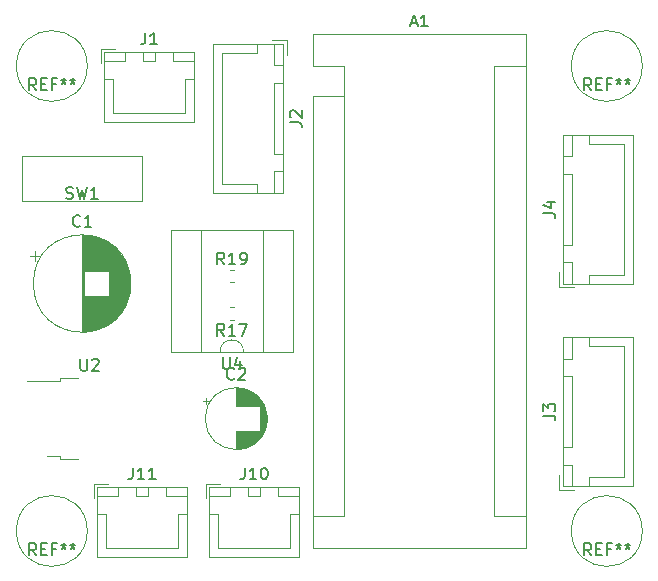
<source format=gto>
G04 #@! TF.GenerationSoftware,KiCad,Pcbnew,(5.1.2)-2*
G04 #@! TF.CreationDate,2021-05-31T16:07:44+09:00*
G04 #@! TF.ProjectId,enc_can_2,656e635f-6361-46e5-9f32-2e6b69636164,rev?*
G04 #@! TF.SameCoordinates,Original*
G04 #@! TF.FileFunction,Legend,Top*
G04 #@! TF.FilePolarity,Positive*
%FSLAX46Y46*%
G04 Gerber Fmt 4.6, Leading zero omitted, Abs format (unit mm)*
G04 Created by KiCad (PCBNEW (5.1.2)-2) date 2021-05-31 16:07:44*
%MOMM*%
%LPD*%
G04 APERTURE LIST*
%ADD10C,0.120000*%
%ADD11C,0.150000*%
G04 APERTURE END LIST*
D10*
X161115000Y-129540000D02*
G75*
G03X161115000Y-129540000I-3000000J0D01*
G01*
X114125000Y-129540000D02*
G75*
G03X114125000Y-129540000I-3000000J0D01*
G01*
X161115000Y-90170000D02*
G75*
G03X161115000Y-90170000I-3000000J0D01*
G01*
X114125000Y-90170000D02*
G75*
G03X114125000Y-90170000I-3000000J0D01*
G01*
X135890000Y-92710000D02*
X135890000Y-90170000D01*
X135890000Y-90170000D02*
X133220000Y-90170000D01*
X133220000Y-92710000D02*
X133220000Y-130940000D01*
X133220000Y-87500000D02*
X133220000Y-90170000D01*
X148590000Y-90170000D02*
X151260000Y-90170000D01*
X148590000Y-90170000D02*
X148590000Y-128270000D01*
X148590000Y-128270000D02*
X151260000Y-128270000D01*
X135890000Y-92710000D02*
X133220000Y-92710000D01*
X135890000Y-92710000D02*
X135890000Y-128270000D01*
X135890000Y-128270000D02*
X133220000Y-128270000D01*
X133220000Y-130940000D02*
X151260000Y-130940000D01*
X151260000Y-130940000D02*
X151260000Y-87500000D01*
X151260000Y-87500000D02*
X133220000Y-87500000D01*
X117805000Y-108585000D02*
G75*
G03X117805000Y-108585000I-4120000J0D01*
G01*
X113685000Y-104505000D02*
X113685000Y-112665000D01*
X113725000Y-104505000D02*
X113725000Y-112665000D01*
X113765000Y-104505000D02*
X113765000Y-112665000D01*
X113805000Y-104506000D02*
X113805000Y-112664000D01*
X113845000Y-104508000D02*
X113845000Y-112662000D01*
X113885000Y-104509000D02*
X113885000Y-112661000D01*
X113925000Y-104511000D02*
X113925000Y-107545000D01*
X113925000Y-109625000D02*
X113925000Y-112659000D01*
X113965000Y-104514000D02*
X113965000Y-107545000D01*
X113965000Y-109625000D02*
X113965000Y-112656000D01*
X114005000Y-104517000D02*
X114005000Y-107545000D01*
X114005000Y-109625000D02*
X114005000Y-112653000D01*
X114045000Y-104520000D02*
X114045000Y-107545000D01*
X114045000Y-109625000D02*
X114045000Y-112650000D01*
X114085000Y-104524000D02*
X114085000Y-107545000D01*
X114085000Y-109625000D02*
X114085000Y-112646000D01*
X114125000Y-104528000D02*
X114125000Y-107545000D01*
X114125000Y-109625000D02*
X114125000Y-112642000D01*
X114165000Y-104533000D02*
X114165000Y-107545000D01*
X114165000Y-109625000D02*
X114165000Y-112637000D01*
X114205000Y-104537000D02*
X114205000Y-107545000D01*
X114205000Y-109625000D02*
X114205000Y-112633000D01*
X114245000Y-104543000D02*
X114245000Y-107545000D01*
X114245000Y-109625000D02*
X114245000Y-112627000D01*
X114285000Y-104548000D02*
X114285000Y-107545000D01*
X114285000Y-109625000D02*
X114285000Y-112622000D01*
X114325000Y-104555000D02*
X114325000Y-107545000D01*
X114325000Y-109625000D02*
X114325000Y-112615000D01*
X114365000Y-104561000D02*
X114365000Y-107545000D01*
X114365000Y-109625000D02*
X114365000Y-112609000D01*
X114406000Y-104568000D02*
X114406000Y-107545000D01*
X114406000Y-109625000D02*
X114406000Y-112602000D01*
X114446000Y-104575000D02*
X114446000Y-107545000D01*
X114446000Y-109625000D02*
X114446000Y-112595000D01*
X114486000Y-104583000D02*
X114486000Y-107545000D01*
X114486000Y-109625000D02*
X114486000Y-112587000D01*
X114526000Y-104591000D02*
X114526000Y-107545000D01*
X114526000Y-109625000D02*
X114526000Y-112579000D01*
X114566000Y-104600000D02*
X114566000Y-107545000D01*
X114566000Y-109625000D02*
X114566000Y-112570000D01*
X114606000Y-104609000D02*
X114606000Y-107545000D01*
X114606000Y-109625000D02*
X114606000Y-112561000D01*
X114646000Y-104618000D02*
X114646000Y-107545000D01*
X114646000Y-109625000D02*
X114646000Y-112552000D01*
X114686000Y-104628000D02*
X114686000Y-107545000D01*
X114686000Y-109625000D02*
X114686000Y-112542000D01*
X114726000Y-104638000D02*
X114726000Y-107545000D01*
X114726000Y-109625000D02*
X114726000Y-112532000D01*
X114766000Y-104649000D02*
X114766000Y-107545000D01*
X114766000Y-109625000D02*
X114766000Y-112521000D01*
X114806000Y-104660000D02*
X114806000Y-107545000D01*
X114806000Y-109625000D02*
X114806000Y-112510000D01*
X114846000Y-104671000D02*
X114846000Y-107545000D01*
X114846000Y-109625000D02*
X114846000Y-112499000D01*
X114886000Y-104683000D02*
X114886000Y-107545000D01*
X114886000Y-109625000D02*
X114886000Y-112487000D01*
X114926000Y-104696000D02*
X114926000Y-107545000D01*
X114926000Y-109625000D02*
X114926000Y-112474000D01*
X114966000Y-104708000D02*
X114966000Y-107545000D01*
X114966000Y-109625000D02*
X114966000Y-112462000D01*
X115006000Y-104722000D02*
X115006000Y-107545000D01*
X115006000Y-109625000D02*
X115006000Y-112448000D01*
X115046000Y-104735000D02*
X115046000Y-107545000D01*
X115046000Y-109625000D02*
X115046000Y-112435000D01*
X115086000Y-104750000D02*
X115086000Y-107545000D01*
X115086000Y-109625000D02*
X115086000Y-112420000D01*
X115126000Y-104764000D02*
X115126000Y-107545000D01*
X115126000Y-109625000D02*
X115126000Y-112406000D01*
X115166000Y-104780000D02*
X115166000Y-107545000D01*
X115166000Y-109625000D02*
X115166000Y-112390000D01*
X115206000Y-104795000D02*
X115206000Y-107545000D01*
X115206000Y-109625000D02*
X115206000Y-112375000D01*
X115246000Y-104811000D02*
X115246000Y-107545000D01*
X115246000Y-109625000D02*
X115246000Y-112359000D01*
X115286000Y-104828000D02*
X115286000Y-107545000D01*
X115286000Y-109625000D02*
X115286000Y-112342000D01*
X115326000Y-104845000D02*
X115326000Y-107545000D01*
X115326000Y-109625000D02*
X115326000Y-112325000D01*
X115366000Y-104863000D02*
X115366000Y-107545000D01*
X115366000Y-109625000D02*
X115366000Y-112307000D01*
X115406000Y-104881000D02*
X115406000Y-107545000D01*
X115406000Y-109625000D02*
X115406000Y-112289000D01*
X115446000Y-104899000D02*
X115446000Y-107545000D01*
X115446000Y-109625000D02*
X115446000Y-112271000D01*
X115486000Y-104919000D02*
X115486000Y-107545000D01*
X115486000Y-109625000D02*
X115486000Y-112251000D01*
X115526000Y-104938000D02*
X115526000Y-107545000D01*
X115526000Y-109625000D02*
X115526000Y-112232000D01*
X115566000Y-104958000D02*
X115566000Y-107545000D01*
X115566000Y-109625000D02*
X115566000Y-112212000D01*
X115606000Y-104979000D02*
X115606000Y-107545000D01*
X115606000Y-109625000D02*
X115606000Y-112191000D01*
X115646000Y-105001000D02*
X115646000Y-107545000D01*
X115646000Y-109625000D02*
X115646000Y-112169000D01*
X115686000Y-105023000D02*
X115686000Y-107545000D01*
X115686000Y-109625000D02*
X115686000Y-112147000D01*
X115726000Y-105045000D02*
X115726000Y-107545000D01*
X115726000Y-109625000D02*
X115726000Y-112125000D01*
X115766000Y-105068000D02*
X115766000Y-107545000D01*
X115766000Y-109625000D02*
X115766000Y-112102000D01*
X115806000Y-105092000D02*
X115806000Y-107545000D01*
X115806000Y-109625000D02*
X115806000Y-112078000D01*
X115846000Y-105116000D02*
X115846000Y-107545000D01*
X115846000Y-109625000D02*
X115846000Y-112054000D01*
X115886000Y-105141000D02*
X115886000Y-107545000D01*
X115886000Y-109625000D02*
X115886000Y-112029000D01*
X115926000Y-105167000D02*
X115926000Y-107545000D01*
X115926000Y-109625000D02*
X115926000Y-112003000D01*
X115966000Y-105193000D02*
X115966000Y-107545000D01*
X115966000Y-109625000D02*
X115966000Y-111977000D01*
X116006000Y-105220000D02*
X116006000Y-111950000D01*
X116046000Y-105247000D02*
X116046000Y-111923000D01*
X116086000Y-105276000D02*
X116086000Y-111894000D01*
X116126000Y-105305000D02*
X116126000Y-111865000D01*
X116166000Y-105335000D02*
X116166000Y-111835000D01*
X116206000Y-105365000D02*
X116206000Y-111805000D01*
X116246000Y-105396000D02*
X116246000Y-111774000D01*
X116286000Y-105429000D02*
X116286000Y-111741000D01*
X116326000Y-105461000D02*
X116326000Y-111709000D01*
X116366000Y-105495000D02*
X116366000Y-111675000D01*
X116406000Y-105530000D02*
X116406000Y-111640000D01*
X116446000Y-105566000D02*
X116446000Y-111604000D01*
X116486000Y-105602000D02*
X116486000Y-111568000D01*
X116526000Y-105640000D02*
X116526000Y-111530000D01*
X116566000Y-105678000D02*
X116566000Y-111492000D01*
X116606000Y-105718000D02*
X116606000Y-111452000D01*
X116646000Y-105759000D02*
X116646000Y-111411000D01*
X116686000Y-105801000D02*
X116686000Y-111369000D01*
X116726000Y-105844000D02*
X116726000Y-111326000D01*
X116766000Y-105888000D02*
X116766000Y-111282000D01*
X116806000Y-105934000D02*
X116806000Y-111236000D01*
X116846000Y-105981000D02*
X116846000Y-111189000D01*
X116886000Y-106029000D02*
X116886000Y-111141000D01*
X116926000Y-106080000D02*
X116926000Y-111090000D01*
X116966000Y-106131000D02*
X116966000Y-111039000D01*
X117006000Y-106185000D02*
X117006000Y-110985000D01*
X117046000Y-106240000D02*
X117046000Y-110930000D01*
X117086000Y-106298000D02*
X117086000Y-110872000D01*
X117126000Y-106357000D02*
X117126000Y-110813000D01*
X117166000Y-106419000D02*
X117166000Y-110751000D01*
X117206000Y-106483000D02*
X117206000Y-110687000D01*
X117246000Y-106551000D02*
X117246000Y-110619000D01*
X117286000Y-106621000D02*
X117286000Y-110549000D01*
X117326000Y-106695000D02*
X117326000Y-110475000D01*
X117366000Y-106772000D02*
X117366000Y-110398000D01*
X117406000Y-106854000D02*
X117406000Y-110316000D01*
X117446000Y-106940000D02*
X117446000Y-110230000D01*
X117486000Y-107033000D02*
X117486000Y-110137000D01*
X117526000Y-107132000D02*
X117526000Y-110038000D01*
X117566000Y-107239000D02*
X117566000Y-109931000D01*
X117606000Y-107356000D02*
X117606000Y-109814000D01*
X117646000Y-107487000D02*
X117646000Y-109683000D01*
X117686000Y-107637000D02*
X117686000Y-109533000D01*
X117726000Y-107817000D02*
X117726000Y-109353000D01*
X117766000Y-108052000D02*
X117766000Y-109118000D01*
X109275302Y-106270000D02*
X110075302Y-106270000D01*
X109675302Y-105870000D02*
X109675302Y-106670000D01*
X129350000Y-120015000D02*
G75*
G03X129350000Y-120015000I-2620000J0D01*
G01*
X126730000Y-121055000D02*
X126730000Y-122595000D01*
X126730000Y-117435000D02*
X126730000Y-118975000D01*
X126770000Y-121055000D02*
X126770000Y-122595000D01*
X126770000Y-117435000D02*
X126770000Y-118975000D01*
X126810000Y-117436000D02*
X126810000Y-118975000D01*
X126810000Y-121055000D02*
X126810000Y-122594000D01*
X126850000Y-117437000D02*
X126850000Y-118975000D01*
X126850000Y-121055000D02*
X126850000Y-122593000D01*
X126890000Y-117439000D02*
X126890000Y-118975000D01*
X126890000Y-121055000D02*
X126890000Y-122591000D01*
X126930000Y-117442000D02*
X126930000Y-118975000D01*
X126930000Y-121055000D02*
X126930000Y-122588000D01*
X126970000Y-117446000D02*
X126970000Y-118975000D01*
X126970000Y-121055000D02*
X126970000Y-122584000D01*
X127010000Y-117450000D02*
X127010000Y-118975000D01*
X127010000Y-121055000D02*
X127010000Y-122580000D01*
X127050000Y-117454000D02*
X127050000Y-118975000D01*
X127050000Y-121055000D02*
X127050000Y-122576000D01*
X127090000Y-117459000D02*
X127090000Y-118975000D01*
X127090000Y-121055000D02*
X127090000Y-122571000D01*
X127130000Y-117465000D02*
X127130000Y-118975000D01*
X127130000Y-121055000D02*
X127130000Y-122565000D01*
X127170000Y-117472000D02*
X127170000Y-118975000D01*
X127170000Y-121055000D02*
X127170000Y-122558000D01*
X127210000Y-117479000D02*
X127210000Y-118975000D01*
X127210000Y-121055000D02*
X127210000Y-122551000D01*
X127250000Y-117487000D02*
X127250000Y-118975000D01*
X127250000Y-121055000D02*
X127250000Y-122543000D01*
X127290000Y-117495000D02*
X127290000Y-118975000D01*
X127290000Y-121055000D02*
X127290000Y-122535000D01*
X127330000Y-117504000D02*
X127330000Y-118975000D01*
X127330000Y-121055000D02*
X127330000Y-122526000D01*
X127370000Y-117514000D02*
X127370000Y-118975000D01*
X127370000Y-121055000D02*
X127370000Y-122516000D01*
X127410000Y-117524000D02*
X127410000Y-118975000D01*
X127410000Y-121055000D02*
X127410000Y-122506000D01*
X127451000Y-117535000D02*
X127451000Y-118975000D01*
X127451000Y-121055000D02*
X127451000Y-122495000D01*
X127491000Y-117547000D02*
X127491000Y-118975000D01*
X127491000Y-121055000D02*
X127491000Y-122483000D01*
X127531000Y-117560000D02*
X127531000Y-118975000D01*
X127531000Y-121055000D02*
X127531000Y-122470000D01*
X127571000Y-117573000D02*
X127571000Y-118975000D01*
X127571000Y-121055000D02*
X127571000Y-122457000D01*
X127611000Y-117587000D02*
X127611000Y-118975000D01*
X127611000Y-121055000D02*
X127611000Y-122443000D01*
X127651000Y-117601000D02*
X127651000Y-118975000D01*
X127651000Y-121055000D02*
X127651000Y-122429000D01*
X127691000Y-117617000D02*
X127691000Y-118975000D01*
X127691000Y-121055000D02*
X127691000Y-122413000D01*
X127731000Y-117633000D02*
X127731000Y-118975000D01*
X127731000Y-121055000D02*
X127731000Y-122397000D01*
X127771000Y-117650000D02*
X127771000Y-118975000D01*
X127771000Y-121055000D02*
X127771000Y-122380000D01*
X127811000Y-117667000D02*
X127811000Y-118975000D01*
X127811000Y-121055000D02*
X127811000Y-122363000D01*
X127851000Y-117686000D02*
X127851000Y-118975000D01*
X127851000Y-121055000D02*
X127851000Y-122344000D01*
X127891000Y-117705000D02*
X127891000Y-118975000D01*
X127891000Y-121055000D02*
X127891000Y-122325000D01*
X127931000Y-117725000D02*
X127931000Y-118975000D01*
X127931000Y-121055000D02*
X127931000Y-122305000D01*
X127971000Y-117747000D02*
X127971000Y-118975000D01*
X127971000Y-121055000D02*
X127971000Y-122283000D01*
X128011000Y-117768000D02*
X128011000Y-118975000D01*
X128011000Y-121055000D02*
X128011000Y-122262000D01*
X128051000Y-117791000D02*
X128051000Y-118975000D01*
X128051000Y-121055000D02*
X128051000Y-122239000D01*
X128091000Y-117815000D02*
X128091000Y-118975000D01*
X128091000Y-121055000D02*
X128091000Y-122215000D01*
X128131000Y-117840000D02*
X128131000Y-118975000D01*
X128131000Y-121055000D02*
X128131000Y-122190000D01*
X128171000Y-117866000D02*
X128171000Y-118975000D01*
X128171000Y-121055000D02*
X128171000Y-122164000D01*
X128211000Y-117893000D02*
X128211000Y-118975000D01*
X128211000Y-121055000D02*
X128211000Y-122137000D01*
X128251000Y-117920000D02*
X128251000Y-118975000D01*
X128251000Y-121055000D02*
X128251000Y-122110000D01*
X128291000Y-117950000D02*
X128291000Y-118975000D01*
X128291000Y-121055000D02*
X128291000Y-122080000D01*
X128331000Y-117980000D02*
X128331000Y-118975000D01*
X128331000Y-121055000D02*
X128331000Y-122050000D01*
X128371000Y-118011000D02*
X128371000Y-118975000D01*
X128371000Y-121055000D02*
X128371000Y-122019000D01*
X128411000Y-118044000D02*
X128411000Y-118975000D01*
X128411000Y-121055000D02*
X128411000Y-121986000D01*
X128451000Y-118078000D02*
X128451000Y-118975000D01*
X128451000Y-121055000D02*
X128451000Y-121952000D01*
X128491000Y-118114000D02*
X128491000Y-118975000D01*
X128491000Y-121055000D02*
X128491000Y-121916000D01*
X128531000Y-118151000D02*
X128531000Y-118975000D01*
X128531000Y-121055000D02*
X128531000Y-121879000D01*
X128571000Y-118189000D02*
X128571000Y-118975000D01*
X128571000Y-121055000D02*
X128571000Y-121841000D01*
X128611000Y-118230000D02*
X128611000Y-118975000D01*
X128611000Y-121055000D02*
X128611000Y-121800000D01*
X128651000Y-118272000D02*
X128651000Y-118975000D01*
X128651000Y-121055000D02*
X128651000Y-121758000D01*
X128691000Y-118316000D02*
X128691000Y-118975000D01*
X128691000Y-121055000D02*
X128691000Y-121714000D01*
X128731000Y-118362000D02*
X128731000Y-118975000D01*
X128731000Y-121055000D02*
X128731000Y-121668000D01*
X128771000Y-118410000D02*
X128771000Y-121620000D01*
X128811000Y-118461000D02*
X128811000Y-121569000D01*
X128851000Y-118515000D02*
X128851000Y-121515000D01*
X128891000Y-118572000D02*
X128891000Y-121458000D01*
X128931000Y-118632000D02*
X128931000Y-121398000D01*
X128971000Y-118696000D02*
X128971000Y-121334000D01*
X129011000Y-118764000D02*
X129011000Y-121266000D01*
X129051000Y-118837000D02*
X129051000Y-121193000D01*
X129091000Y-118917000D02*
X129091000Y-121113000D01*
X129131000Y-119004000D02*
X129131000Y-121026000D01*
X129171000Y-119100000D02*
X129171000Y-120930000D01*
X129211000Y-119210000D02*
X129211000Y-120820000D01*
X129251000Y-119338000D02*
X129251000Y-120692000D01*
X129291000Y-119497000D02*
X129291000Y-120533000D01*
X129331000Y-119731000D02*
X129331000Y-120299000D01*
X123925225Y-118540000D02*
X124425225Y-118540000D01*
X124175225Y-118290000D02*
X124175225Y-118790000D01*
X115550000Y-88980000D02*
X115550000Y-94950000D01*
X115550000Y-94950000D02*
X123170000Y-94950000D01*
X123170000Y-94950000D02*
X123170000Y-88980000D01*
X123170000Y-88980000D02*
X115550000Y-88980000D01*
X118860000Y-88990000D02*
X118860000Y-89740000D01*
X118860000Y-89740000D02*
X119860000Y-89740000D01*
X119860000Y-89740000D02*
X119860000Y-88990000D01*
X119860000Y-88990000D02*
X118860000Y-88990000D01*
X115560000Y-88990000D02*
X115560000Y-89740000D01*
X115560000Y-89740000D02*
X117360000Y-89740000D01*
X117360000Y-89740000D02*
X117360000Y-88990000D01*
X117360000Y-88990000D02*
X115560000Y-88990000D01*
X121360000Y-88990000D02*
X121360000Y-89740000D01*
X121360000Y-89740000D02*
X123160000Y-89740000D01*
X123160000Y-89740000D02*
X123160000Y-88990000D01*
X123160000Y-88990000D02*
X121360000Y-88990000D01*
X115560000Y-91240000D02*
X116310000Y-91240000D01*
X116310000Y-91240000D02*
X116310000Y-94190000D01*
X116310000Y-94190000D02*
X119360000Y-94190000D01*
X123160000Y-91240000D02*
X122410000Y-91240000D01*
X122410000Y-91240000D02*
X122410000Y-94190000D01*
X122410000Y-94190000D02*
X119360000Y-94190000D01*
X116510000Y-88690000D02*
X115260000Y-88690000D01*
X115260000Y-88690000D02*
X115260000Y-89940000D01*
X130730000Y-88285000D02*
X124760000Y-88285000D01*
X124760000Y-88285000D02*
X124760000Y-100905000D01*
X124760000Y-100905000D02*
X130730000Y-100905000D01*
X130730000Y-100905000D02*
X130730000Y-88285000D01*
X130720000Y-91595000D02*
X129970000Y-91595000D01*
X129970000Y-91595000D02*
X129970000Y-97595000D01*
X129970000Y-97595000D02*
X130720000Y-97595000D01*
X130720000Y-97595000D02*
X130720000Y-91595000D01*
X130720000Y-88295000D02*
X129970000Y-88295000D01*
X129970000Y-88295000D02*
X129970000Y-90095000D01*
X129970000Y-90095000D02*
X130720000Y-90095000D01*
X130720000Y-90095000D02*
X130720000Y-88295000D01*
X130720000Y-99095000D02*
X129970000Y-99095000D01*
X129970000Y-99095000D02*
X129970000Y-100895000D01*
X129970000Y-100895000D02*
X130720000Y-100895000D01*
X130720000Y-100895000D02*
X130720000Y-99095000D01*
X128470000Y-88295000D02*
X128470000Y-89045000D01*
X128470000Y-89045000D02*
X125520000Y-89045000D01*
X125520000Y-89045000D02*
X125520000Y-94595000D01*
X128470000Y-100895000D02*
X128470000Y-100145000D01*
X128470000Y-100145000D02*
X125520000Y-100145000D01*
X125520000Y-100145000D02*
X125520000Y-94595000D01*
X131020000Y-89245000D02*
X131020000Y-87995000D01*
X131020000Y-87995000D02*
X129770000Y-87995000D01*
X154385000Y-125750000D02*
X160355000Y-125750000D01*
X160355000Y-125750000D02*
X160355000Y-113130000D01*
X160355000Y-113130000D02*
X154385000Y-113130000D01*
X154385000Y-113130000D02*
X154385000Y-125750000D01*
X154395000Y-122440000D02*
X155145000Y-122440000D01*
X155145000Y-122440000D02*
X155145000Y-116440000D01*
X155145000Y-116440000D02*
X154395000Y-116440000D01*
X154395000Y-116440000D02*
X154395000Y-122440000D01*
X154395000Y-125740000D02*
X155145000Y-125740000D01*
X155145000Y-125740000D02*
X155145000Y-123940000D01*
X155145000Y-123940000D02*
X154395000Y-123940000D01*
X154395000Y-123940000D02*
X154395000Y-125740000D01*
X154395000Y-114940000D02*
X155145000Y-114940000D01*
X155145000Y-114940000D02*
X155145000Y-113140000D01*
X155145000Y-113140000D02*
X154395000Y-113140000D01*
X154395000Y-113140000D02*
X154395000Y-114940000D01*
X156645000Y-125740000D02*
X156645000Y-124990000D01*
X156645000Y-124990000D02*
X159595000Y-124990000D01*
X159595000Y-124990000D02*
X159595000Y-119440000D01*
X156645000Y-113140000D02*
X156645000Y-113890000D01*
X156645000Y-113890000D02*
X159595000Y-113890000D01*
X159595000Y-113890000D02*
X159595000Y-119440000D01*
X154095000Y-124790000D02*
X154095000Y-126040000D01*
X154095000Y-126040000D02*
X155345000Y-126040000D01*
X154095000Y-108895000D02*
X155345000Y-108895000D01*
X154095000Y-107645000D02*
X154095000Y-108895000D01*
X159595000Y-96745000D02*
X159595000Y-102295000D01*
X156645000Y-96745000D02*
X159595000Y-96745000D01*
X156645000Y-95995000D02*
X156645000Y-96745000D01*
X159595000Y-107845000D02*
X159595000Y-102295000D01*
X156645000Y-107845000D02*
X159595000Y-107845000D01*
X156645000Y-108595000D02*
X156645000Y-107845000D01*
X154395000Y-95995000D02*
X154395000Y-97795000D01*
X155145000Y-95995000D02*
X154395000Y-95995000D01*
X155145000Y-97795000D02*
X155145000Y-95995000D01*
X154395000Y-97795000D02*
X155145000Y-97795000D01*
X154395000Y-106795000D02*
X154395000Y-108595000D01*
X155145000Y-106795000D02*
X154395000Y-106795000D01*
X155145000Y-108595000D02*
X155145000Y-106795000D01*
X154395000Y-108595000D02*
X155145000Y-108595000D01*
X154395000Y-99295000D02*
X154395000Y-105295000D01*
X155145000Y-99295000D02*
X154395000Y-99295000D01*
X155145000Y-105295000D02*
X155145000Y-99295000D01*
X154395000Y-105295000D02*
X155145000Y-105295000D01*
X154385000Y-95985000D02*
X154385000Y-108605000D01*
X160355000Y-95985000D02*
X154385000Y-95985000D01*
X160355000Y-108605000D02*
X160355000Y-95985000D01*
X154385000Y-108605000D02*
X160355000Y-108605000D01*
X124150000Y-125520000D02*
X124150000Y-126770000D01*
X125400000Y-125520000D02*
X124150000Y-125520000D01*
X131300000Y-131020000D02*
X128250000Y-131020000D01*
X131300000Y-128070000D02*
X131300000Y-131020000D01*
X132050000Y-128070000D02*
X131300000Y-128070000D01*
X125200000Y-131020000D02*
X128250000Y-131020000D01*
X125200000Y-128070000D02*
X125200000Y-131020000D01*
X124450000Y-128070000D02*
X125200000Y-128070000D01*
X132050000Y-125820000D02*
X130250000Y-125820000D01*
X132050000Y-126570000D02*
X132050000Y-125820000D01*
X130250000Y-126570000D02*
X132050000Y-126570000D01*
X130250000Y-125820000D02*
X130250000Y-126570000D01*
X126250000Y-125820000D02*
X124450000Y-125820000D01*
X126250000Y-126570000D02*
X126250000Y-125820000D01*
X124450000Y-126570000D02*
X126250000Y-126570000D01*
X124450000Y-125820000D02*
X124450000Y-126570000D01*
X128750000Y-125820000D02*
X127750000Y-125820000D01*
X128750000Y-126570000D02*
X128750000Y-125820000D01*
X127750000Y-126570000D02*
X128750000Y-126570000D01*
X127750000Y-125820000D02*
X127750000Y-126570000D01*
X132060000Y-125810000D02*
X124440000Y-125810000D01*
X132060000Y-131780000D02*
X132060000Y-125810000D01*
X124440000Y-131780000D02*
X132060000Y-131780000D01*
X124440000Y-125810000D02*
X124440000Y-131780000D01*
X114955000Y-125810000D02*
X114955000Y-131780000D01*
X114955000Y-131780000D02*
X122575000Y-131780000D01*
X122575000Y-131780000D02*
X122575000Y-125810000D01*
X122575000Y-125810000D02*
X114955000Y-125810000D01*
X118265000Y-125820000D02*
X118265000Y-126570000D01*
X118265000Y-126570000D02*
X119265000Y-126570000D01*
X119265000Y-126570000D02*
X119265000Y-125820000D01*
X119265000Y-125820000D02*
X118265000Y-125820000D01*
X114965000Y-125820000D02*
X114965000Y-126570000D01*
X114965000Y-126570000D02*
X116765000Y-126570000D01*
X116765000Y-126570000D02*
X116765000Y-125820000D01*
X116765000Y-125820000D02*
X114965000Y-125820000D01*
X120765000Y-125820000D02*
X120765000Y-126570000D01*
X120765000Y-126570000D02*
X122565000Y-126570000D01*
X122565000Y-126570000D02*
X122565000Y-125820000D01*
X122565000Y-125820000D02*
X120765000Y-125820000D01*
X114965000Y-128070000D02*
X115715000Y-128070000D01*
X115715000Y-128070000D02*
X115715000Y-131020000D01*
X115715000Y-131020000D02*
X118765000Y-131020000D01*
X122565000Y-128070000D02*
X121815000Y-128070000D01*
X121815000Y-128070000D02*
X121815000Y-131020000D01*
X121815000Y-131020000D02*
X118765000Y-131020000D01*
X115915000Y-125520000D02*
X114665000Y-125520000D01*
X114665000Y-125520000D02*
X114665000Y-126770000D01*
X126527779Y-111635000D02*
X126202221Y-111635000D01*
X126527779Y-110615000D02*
X126202221Y-110615000D01*
X126202221Y-108460000D02*
X126527779Y-108460000D01*
X126202221Y-107440000D02*
X126527779Y-107440000D01*
X108585000Y-97790000D02*
X108585000Y-101600000D01*
X108585000Y-101600000D02*
X118745000Y-101600000D01*
X118745000Y-101600000D02*
X118745000Y-97790000D01*
X108585000Y-97790000D02*
X118745000Y-97790000D01*
X113330000Y-116565000D02*
X111830000Y-116565000D01*
X111830000Y-116565000D02*
X111830000Y-116835000D01*
X111830000Y-116835000D02*
X109000000Y-116835000D01*
X113330000Y-123465000D02*
X111830000Y-123465000D01*
X111830000Y-123465000D02*
X111830000Y-123195000D01*
X111830000Y-123195000D02*
X110730000Y-123195000D01*
X125365000Y-114360000D02*
G75*
G02X127365000Y-114360000I1000000J0D01*
G01*
X127365000Y-114360000D02*
X129015000Y-114360000D01*
X129015000Y-114360000D02*
X129015000Y-104080000D01*
X129015000Y-104080000D02*
X123715000Y-104080000D01*
X123715000Y-104080000D02*
X123715000Y-114360000D01*
X123715000Y-114360000D02*
X125365000Y-114360000D01*
X131505000Y-114420000D02*
X131505000Y-104020000D01*
X131505000Y-104020000D02*
X121225000Y-104020000D01*
X121225000Y-104020000D02*
X121225000Y-114420000D01*
X121225000Y-114420000D02*
X131505000Y-114420000D01*
D11*
X156781666Y-131592380D02*
X156448333Y-131116190D01*
X156210238Y-131592380D02*
X156210238Y-130592380D01*
X156591190Y-130592380D01*
X156686428Y-130640000D01*
X156734047Y-130687619D01*
X156781666Y-130782857D01*
X156781666Y-130925714D01*
X156734047Y-131020952D01*
X156686428Y-131068571D01*
X156591190Y-131116190D01*
X156210238Y-131116190D01*
X157210238Y-131068571D02*
X157543571Y-131068571D01*
X157686428Y-131592380D02*
X157210238Y-131592380D01*
X157210238Y-130592380D01*
X157686428Y-130592380D01*
X158448333Y-131068571D02*
X158115000Y-131068571D01*
X158115000Y-131592380D02*
X158115000Y-130592380D01*
X158591190Y-130592380D01*
X159115000Y-130592380D02*
X159115000Y-130830476D01*
X158876904Y-130735238D02*
X159115000Y-130830476D01*
X159353095Y-130735238D01*
X158972142Y-131020952D02*
X159115000Y-130830476D01*
X159257857Y-131020952D01*
X159876904Y-130592380D02*
X159876904Y-130830476D01*
X159638809Y-130735238D02*
X159876904Y-130830476D01*
X160115000Y-130735238D01*
X159734047Y-131020952D02*
X159876904Y-130830476D01*
X160019761Y-131020952D01*
X109791666Y-131592380D02*
X109458333Y-131116190D01*
X109220238Y-131592380D02*
X109220238Y-130592380D01*
X109601190Y-130592380D01*
X109696428Y-130640000D01*
X109744047Y-130687619D01*
X109791666Y-130782857D01*
X109791666Y-130925714D01*
X109744047Y-131020952D01*
X109696428Y-131068571D01*
X109601190Y-131116190D01*
X109220238Y-131116190D01*
X110220238Y-131068571D02*
X110553571Y-131068571D01*
X110696428Y-131592380D02*
X110220238Y-131592380D01*
X110220238Y-130592380D01*
X110696428Y-130592380D01*
X111458333Y-131068571D02*
X111125000Y-131068571D01*
X111125000Y-131592380D02*
X111125000Y-130592380D01*
X111601190Y-130592380D01*
X112125000Y-130592380D02*
X112125000Y-130830476D01*
X111886904Y-130735238D02*
X112125000Y-130830476D01*
X112363095Y-130735238D01*
X111982142Y-131020952D02*
X112125000Y-130830476D01*
X112267857Y-131020952D01*
X112886904Y-130592380D02*
X112886904Y-130830476D01*
X112648809Y-130735238D02*
X112886904Y-130830476D01*
X113125000Y-130735238D01*
X112744047Y-131020952D02*
X112886904Y-130830476D01*
X113029761Y-131020952D01*
X156781666Y-92222380D02*
X156448333Y-91746190D01*
X156210238Y-92222380D02*
X156210238Y-91222380D01*
X156591190Y-91222380D01*
X156686428Y-91270000D01*
X156734047Y-91317619D01*
X156781666Y-91412857D01*
X156781666Y-91555714D01*
X156734047Y-91650952D01*
X156686428Y-91698571D01*
X156591190Y-91746190D01*
X156210238Y-91746190D01*
X157210238Y-91698571D02*
X157543571Y-91698571D01*
X157686428Y-92222380D02*
X157210238Y-92222380D01*
X157210238Y-91222380D01*
X157686428Y-91222380D01*
X158448333Y-91698571D02*
X158115000Y-91698571D01*
X158115000Y-92222380D02*
X158115000Y-91222380D01*
X158591190Y-91222380D01*
X159115000Y-91222380D02*
X159115000Y-91460476D01*
X158876904Y-91365238D02*
X159115000Y-91460476D01*
X159353095Y-91365238D01*
X158972142Y-91650952D02*
X159115000Y-91460476D01*
X159257857Y-91650952D01*
X159876904Y-91222380D02*
X159876904Y-91460476D01*
X159638809Y-91365238D02*
X159876904Y-91460476D01*
X160115000Y-91365238D01*
X159734047Y-91650952D02*
X159876904Y-91460476D01*
X160019761Y-91650952D01*
X109791666Y-92222380D02*
X109458333Y-91746190D01*
X109220238Y-92222380D02*
X109220238Y-91222380D01*
X109601190Y-91222380D01*
X109696428Y-91270000D01*
X109744047Y-91317619D01*
X109791666Y-91412857D01*
X109791666Y-91555714D01*
X109744047Y-91650952D01*
X109696428Y-91698571D01*
X109601190Y-91746190D01*
X109220238Y-91746190D01*
X110220238Y-91698571D02*
X110553571Y-91698571D01*
X110696428Y-92222380D02*
X110220238Y-92222380D01*
X110220238Y-91222380D01*
X110696428Y-91222380D01*
X111458333Y-91698571D02*
X111125000Y-91698571D01*
X111125000Y-92222380D02*
X111125000Y-91222380D01*
X111601190Y-91222380D01*
X112125000Y-91222380D02*
X112125000Y-91460476D01*
X111886904Y-91365238D02*
X112125000Y-91460476D01*
X112363095Y-91365238D01*
X111982142Y-91650952D02*
X112125000Y-91460476D01*
X112267857Y-91650952D01*
X112886904Y-91222380D02*
X112886904Y-91460476D01*
X112648809Y-91365238D02*
X112886904Y-91460476D01*
X113125000Y-91365238D01*
X112744047Y-91650952D02*
X112886904Y-91460476D01*
X113029761Y-91650952D01*
X141525714Y-86526666D02*
X142001904Y-86526666D01*
X141430476Y-86812380D02*
X141763809Y-85812380D01*
X142097142Y-86812380D01*
X142954285Y-86812380D02*
X142382857Y-86812380D01*
X142668571Y-86812380D02*
X142668571Y-85812380D01*
X142573333Y-85955238D01*
X142478095Y-86050476D01*
X142382857Y-86098095D01*
X113518333Y-103692142D02*
X113470714Y-103739761D01*
X113327857Y-103787380D01*
X113232619Y-103787380D01*
X113089761Y-103739761D01*
X112994523Y-103644523D01*
X112946904Y-103549285D01*
X112899285Y-103358809D01*
X112899285Y-103215952D01*
X112946904Y-103025476D01*
X112994523Y-102930238D01*
X113089761Y-102835000D01*
X113232619Y-102787380D01*
X113327857Y-102787380D01*
X113470714Y-102835000D01*
X113518333Y-102882619D01*
X114470714Y-103787380D02*
X113899285Y-103787380D01*
X114185000Y-103787380D02*
X114185000Y-102787380D01*
X114089761Y-102930238D01*
X113994523Y-103025476D01*
X113899285Y-103073095D01*
X126563333Y-116622142D02*
X126515714Y-116669761D01*
X126372857Y-116717380D01*
X126277619Y-116717380D01*
X126134761Y-116669761D01*
X126039523Y-116574523D01*
X125991904Y-116479285D01*
X125944285Y-116288809D01*
X125944285Y-116145952D01*
X125991904Y-115955476D01*
X126039523Y-115860238D01*
X126134761Y-115765000D01*
X126277619Y-115717380D01*
X126372857Y-115717380D01*
X126515714Y-115765000D01*
X126563333Y-115812619D01*
X126944285Y-115812619D02*
X126991904Y-115765000D01*
X127087142Y-115717380D01*
X127325238Y-115717380D01*
X127420476Y-115765000D01*
X127468095Y-115812619D01*
X127515714Y-115907857D01*
X127515714Y-116003095D01*
X127468095Y-116145952D01*
X126896666Y-116717380D01*
X127515714Y-116717380D01*
X119026666Y-87342380D02*
X119026666Y-88056666D01*
X118979047Y-88199523D01*
X118883809Y-88294761D01*
X118740952Y-88342380D01*
X118645714Y-88342380D01*
X120026666Y-88342380D02*
X119455238Y-88342380D01*
X119740952Y-88342380D02*
X119740952Y-87342380D01*
X119645714Y-87485238D01*
X119550476Y-87580476D01*
X119455238Y-87628095D01*
X131272380Y-94928333D02*
X131986666Y-94928333D01*
X132129523Y-94975952D01*
X132224761Y-95071190D01*
X132272380Y-95214047D01*
X132272380Y-95309285D01*
X131367619Y-94499761D02*
X131320000Y-94452142D01*
X131272380Y-94356904D01*
X131272380Y-94118809D01*
X131320000Y-94023571D01*
X131367619Y-93975952D01*
X131462857Y-93928333D01*
X131558095Y-93928333D01*
X131700952Y-93975952D01*
X132272380Y-94547380D01*
X132272380Y-93928333D01*
X152747380Y-119773333D02*
X153461666Y-119773333D01*
X153604523Y-119820952D01*
X153699761Y-119916190D01*
X153747380Y-120059047D01*
X153747380Y-120154285D01*
X152747380Y-119392380D02*
X152747380Y-118773333D01*
X153128333Y-119106666D01*
X153128333Y-118963809D01*
X153175952Y-118868571D01*
X153223571Y-118820952D01*
X153318809Y-118773333D01*
X153556904Y-118773333D01*
X153652142Y-118820952D01*
X153699761Y-118868571D01*
X153747380Y-118963809D01*
X153747380Y-119249523D01*
X153699761Y-119344761D01*
X153652142Y-119392380D01*
X152747380Y-102628333D02*
X153461666Y-102628333D01*
X153604523Y-102675952D01*
X153699761Y-102771190D01*
X153747380Y-102914047D01*
X153747380Y-103009285D01*
X153080714Y-101723571D02*
X153747380Y-101723571D01*
X152699761Y-101961666D02*
X153414047Y-102199761D01*
X153414047Y-101580714D01*
X127440476Y-124172380D02*
X127440476Y-124886666D01*
X127392857Y-125029523D01*
X127297619Y-125124761D01*
X127154761Y-125172380D01*
X127059523Y-125172380D01*
X128440476Y-125172380D02*
X127869047Y-125172380D01*
X128154761Y-125172380D02*
X128154761Y-124172380D01*
X128059523Y-124315238D01*
X127964285Y-124410476D01*
X127869047Y-124458095D01*
X129059523Y-124172380D02*
X129154761Y-124172380D01*
X129250000Y-124220000D01*
X129297619Y-124267619D01*
X129345238Y-124362857D01*
X129392857Y-124553333D01*
X129392857Y-124791428D01*
X129345238Y-124981904D01*
X129297619Y-125077142D01*
X129250000Y-125124761D01*
X129154761Y-125172380D01*
X129059523Y-125172380D01*
X128964285Y-125124761D01*
X128916666Y-125077142D01*
X128869047Y-124981904D01*
X128821428Y-124791428D01*
X128821428Y-124553333D01*
X128869047Y-124362857D01*
X128916666Y-124267619D01*
X128964285Y-124220000D01*
X129059523Y-124172380D01*
X117955476Y-124172380D02*
X117955476Y-124886666D01*
X117907857Y-125029523D01*
X117812619Y-125124761D01*
X117669761Y-125172380D01*
X117574523Y-125172380D01*
X118955476Y-125172380D02*
X118384047Y-125172380D01*
X118669761Y-125172380D02*
X118669761Y-124172380D01*
X118574523Y-124315238D01*
X118479285Y-124410476D01*
X118384047Y-124458095D01*
X119907857Y-125172380D02*
X119336428Y-125172380D01*
X119622142Y-125172380D02*
X119622142Y-124172380D01*
X119526904Y-124315238D01*
X119431666Y-124410476D01*
X119336428Y-124458095D01*
X125722142Y-113007380D02*
X125388809Y-112531190D01*
X125150714Y-113007380D02*
X125150714Y-112007380D01*
X125531666Y-112007380D01*
X125626904Y-112055000D01*
X125674523Y-112102619D01*
X125722142Y-112197857D01*
X125722142Y-112340714D01*
X125674523Y-112435952D01*
X125626904Y-112483571D01*
X125531666Y-112531190D01*
X125150714Y-112531190D01*
X126674523Y-113007380D02*
X126103095Y-113007380D01*
X126388809Y-113007380D02*
X126388809Y-112007380D01*
X126293571Y-112150238D01*
X126198333Y-112245476D01*
X126103095Y-112293095D01*
X127007857Y-112007380D02*
X127674523Y-112007380D01*
X127245952Y-113007380D01*
X125722142Y-106972380D02*
X125388809Y-106496190D01*
X125150714Y-106972380D02*
X125150714Y-105972380D01*
X125531666Y-105972380D01*
X125626904Y-106020000D01*
X125674523Y-106067619D01*
X125722142Y-106162857D01*
X125722142Y-106305714D01*
X125674523Y-106400952D01*
X125626904Y-106448571D01*
X125531666Y-106496190D01*
X125150714Y-106496190D01*
X126674523Y-106972380D02*
X126103095Y-106972380D01*
X126388809Y-106972380D02*
X126388809Y-105972380D01*
X126293571Y-106115238D01*
X126198333Y-106210476D01*
X126103095Y-106258095D01*
X127150714Y-106972380D02*
X127341190Y-106972380D01*
X127436428Y-106924761D01*
X127484047Y-106877142D01*
X127579285Y-106734285D01*
X127626904Y-106543809D01*
X127626904Y-106162857D01*
X127579285Y-106067619D01*
X127531666Y-106020000D01*
X127436428Y-105972380D01*
X127245952Y-105972380D01*
X127150714Y-106020000D01*
X127103095Y-106067619D01*
X127055476Y-106162857D01*
X127055476Y-106400952D01*
X127103095Y-106496190D01*
X127150714Y-106543809D01*
X127245952Y-106591428D01*
X127436428Y-106591428D01*
X127531666Y-106543809D01*
X127579285Y-106496190D01*
X127626904Y-106400952D01*
X112331666Y-101369761D02*
X112474523Y-101417380D01*
X112712619Y-101417380D01*
X112807857Y-101369761D01*
X112855476Y-101322142D01*
X112903095Y-101226904D01*
X112903095Y-101131666D01*
X112855476Y-101036428D01*
X112807857Y-100988809D01*
X112712619Y-100941190D01*
X112522142Y-100893571D01*
X112426904Y-100845952D01*
X112379285Y-100798333D01*
X112331666Y-100703095D01*
X112331666Y-100607857D01*
X112379285Y-100512619D01*
X112426904Y-100465000D01*
X112522142Y-100417380D01*
X112760238Y-100417380D01*
X112903095Y-100465000D01*
X113236428Y-100417380D02*
X113474523Y-101417380D01*
X113665000Y-100703095D01*
X113855476Y-101417380D01*
X114093571Y-100417380D01*
X114998333Y-101417380D02*
X114426904Y-101417380D01*
X114712619Y-101417380D02*
X114712619Y-100417380D01*
X114617380Y-100560238D01*
X114522142Y-100655476D01*
X114426904Y-100703095D01*
X113538095Y-114967380D02*
X113538095Y-115776904D01*
X113585714Y-115872142D01*
X113633333Y-115919761D01*
X113728571Y-115967380D01*
X113919047Y-115967380D01*
X114014285Y-115919761D01*
X114061904Y-115872142D01*
X114109523Y-115776904D01*
X114109523Y-114967380D01*
X114538095Y-115062619D02*
X114585714Y-115015000D01*
X114680952Y-114967380D01*
X114919047Y-114967380D01*
X115014285Y-115015000D01*
X115061904Y-115062619D01*
X115109523Y-115157857D01*
X115109523Y-115253095D01*
X115061904Y-115395952D01*
X114490476Y-115967380D01*
X115109523Y-115967380D01*
X125603095Y-114812380D02*
X125603095Y-115621904D01*
X125650714Y-115717142D01*
X125698333Y-115764761D01*
X125793571Y-115812380D01*
X125984047Y-115812380D01*
X126079285Y-115764761D01*
X126126904Y-115717142D01*
X126174523Y-115621904D01*
X126174523Y-114812380D01*
X127079285Y-115145714D02*
X127079285Y-115812380D01*
X126841190Y-114764761D02*
X126603095Y-115479047D01*
X127222142Y-115479047D01*
M02*

</source>
